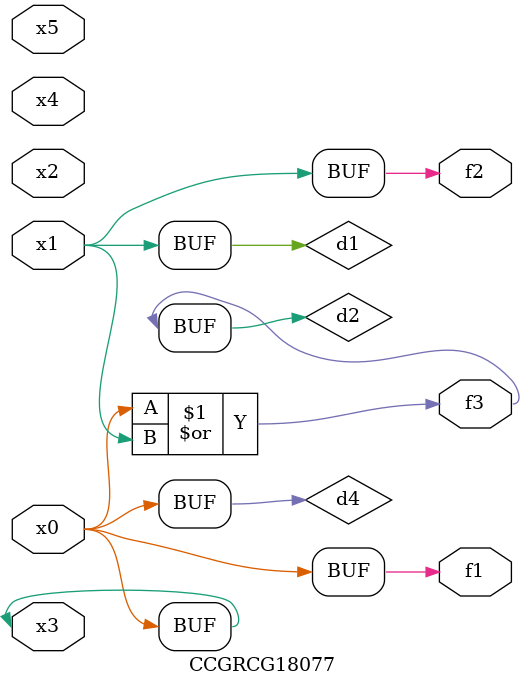
<source format=v>
module CCGRCG18077(
	input x0, x1, x2, x3, x4, x5,
	output f1, f2, f3
);

	wire d1, d2, d3, d4;

	and (d1, x1);
	or (d2, x0, x1);
	nand (d3, x0, x5);
	buf (d4, x0, x3);
	assign f1 = d4;
	assign f2 = d1;
	assign f3 = d2;
endmodule

</source>
